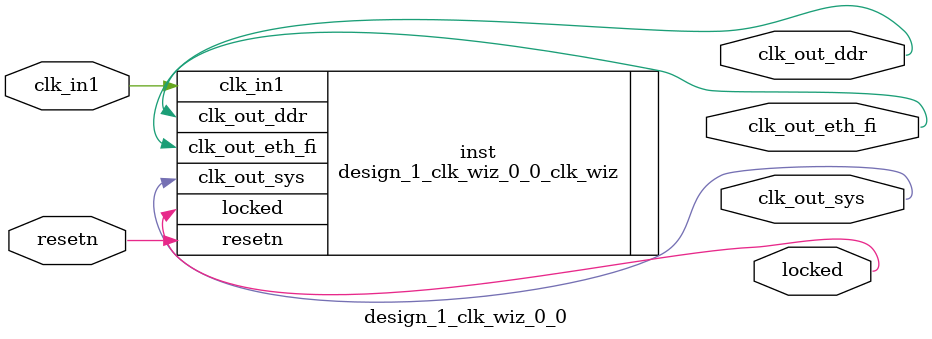
<source format=v>


`timescale 1ps/1ps

(* CORE_GENERATION_INFO = "design_1_clk_wiz_0_0,clk_wiz_v6_0_6_0_0,{component_name=design_1_clk_wiz_0_0,use_phase_alignment=true,use_min_o_jitter=false,use_max_i_jitter=false,use_dyn_phase_shift=false,use_inclk_switchover=false,use_dyn_reconfig=false,enable_axi=0,feedback_source=FDBK_AUTO,PRIMITIVE=MMCM,num_out_clk=3,clkin1_period=10.000,clkin2_period=10.000,use_power_down=false,use_reset=true,use_locked=true,use_inclk_stopped=false,feedback_type=SINGLE,CLOCK_MGR_TYPE=NA,manual_override=false}" *)

module design_1_clk_wiz_0_0 
 (
  // Clock out ports
  output        clk_out_sys,
  output        clk_out_ddr,
  output        clk_out_eth_fi,
  // Status and control signals
  input         resetn,
  output        locked,
 // Clock in ports
  input         clk_in1
 );

  design_1_clk_wiz_0_0_clk_wiz inst
  (
  // Clock out ports  
  .clk_out_sys(clk_out_sys),
  .clk_out_ddr(clk_out_ddr),
  .clk_out_eth_fi(clk_out_eth_fi),
  // Status and control signals               
  .resetn(resetn), 
  .locked(locked),
 // Clock in ports
  .clk_in1(clk_in1)
  );

endmodule

</source>
